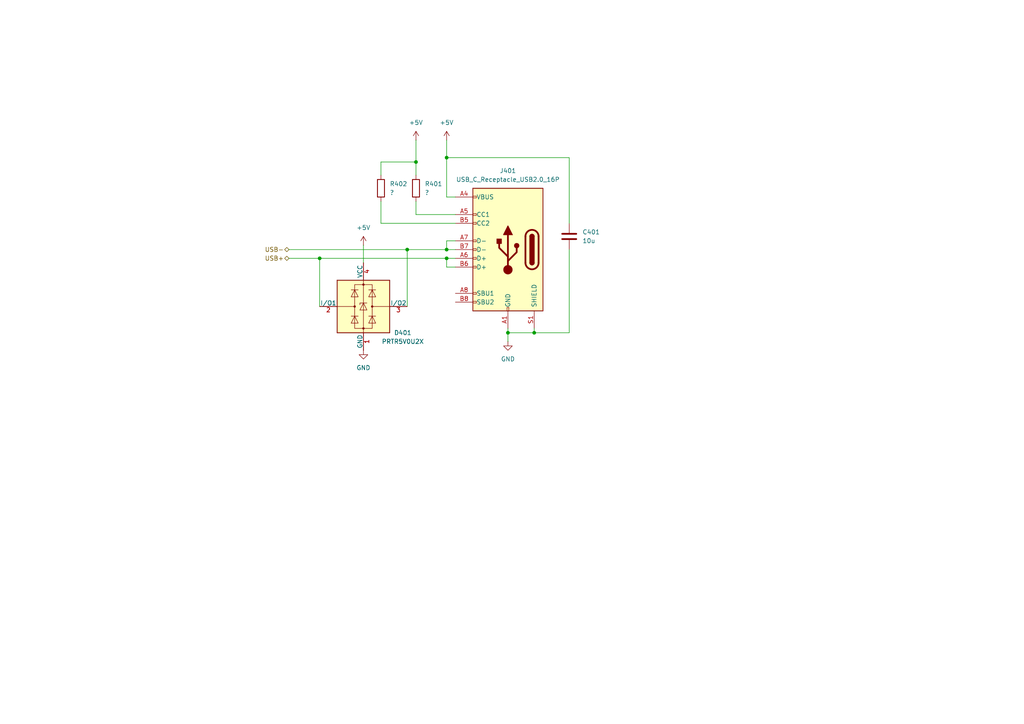
<source format=kicad_sch>
(kicad_sch (version 20231120) (generator "eeschema") (generator_version "8.0")
  (paper "A4")
  (lib_symbols
    (symbol "Connector:USB_C_Receptacle_USB2.0_16P" (pin_names (offset 1.016))
      (property "Reference" "J" (at 0 22.225 0))
      (property "Value" "USB_C_Receptacle_USB2.0_16P" (at 0 19.685 0))
      (symbol "USB_C_Receptacle_USB2.0_16P_0_0"
        (rectangle (start -0.254 -17.78) (end 0.254 -16.764))
        (rectangle (start 10.16 -14.986) (end 9.144 -15.494))
        (rectangle (start 10.16 -12.446) (end 9.144 -12.954))
        (rectangle (start 10.16 -4.826) (end 9.144 -5.334))
        (rectangle (start 10.16 -2.286) (end 9.144 -2.794))
        (rectangle (start 10.16 0.254) (end 9.144 -0.254))
        (rectangle (start 10.16 2.794) (end 9.144 2.286))
        (rectangle (start 10.16 7.874) (end 9.144 7.366))
        (rectangle (start 10.16 10.414) (end 9.144 9.906))
        (rectangle (start 10.16 15.494) (end 9.144 14.986))
      )
      (symbol "USB_C_Receptacle_USB2.0_16P_0_1"
        (rectangle (start -10.16 17.78) (end 10.16 -17.78) (stroke (width 0.254)) (fill (type background)))
        (arc (start -8.89 -3.81) (mid -6.985 -5.7067) (end -5.08 -3.81) (stroke (width 0.508)))
        (arc (start -7.62 -3.81) (mid -6.985 -4.4423) (end -6.35 -3.81) (stroke (width 0.254)))
        (arc (start -7.62 -3.81) (mid -6.985 -4.4423) (end -6.35 -3.81) (stroke (width 0.254)) (fill (type outline)))
        (rectangle (start -7.62 -3.81) (end -6.35 3.81) (stroke (width 0.254)) (fill (type outline)))
        (arc (start -6.35 3.81) (mid -6.985 4.4423) (end -7.62 3.81) (stroke (width 0.254)))
        (arc (start -6.35 3.81) (mid -6.985 4.4423) (end -7.62 3.81) (stroke (width 0.254)) (fill (type outline)))
        (arc (start -5.08 3.81) (mid -6.985 5.7067) (end -8.89 3.81) (stroke (width 0.508)))
        (circle (center -2.54 1.143) (radius 0.635) (stroke (width 0.254)) (fill (type outline)))
        (circle (center 0 -5.842) (radius 1.27) (fill (type outline)))
        (polyline (pts (xy -8.89 -3.81) (xy -8.89 3.81)) (stroke (width 0.508)))
        (polyline (pts (xy -5.08 3.81) (xy -5.08 -3.81)) (stroke (width 0.508)))
        (polyline (pts (xy 0 -5.842) (xy 0 4.318)) (stroke (width 0.508)))
        (polyline (pts (xy 0 -3.302) (xy -2.54 -0.762) (xy -2.54 0.508)) (stroke (width 0.508)))
        (polyline (pts (xy 0 -2.032) (xy 2.54 0.508) (xy 2.54 1.778)) (stroke (width 0.508)))
        (polyline (pts (xy -1.27 4.318) (xy 0 6.858) (xy 1.27 4.318) (xy -1.27 4.318)) (stroke (width 0.254)) (fill (type outline)))
        (rectangle (start 1.905 1.778) (end 3.175 3.048) (stroke (width 0.254)) (fill (type outline)))
      )
      (symbol "USB_C_Receptacle_USB2.0_16P_1_1"
        (pin passive line (at 0 -22.86 90) (length 5.08) (name "GND") (number "A1"))
        (pin passive line (at 0 -22.86 90) (length 5.08) hide (name "GND") (number "A12"))
        (pin passive line (at 15.24 15.24 180) (length 5.08) (name "VBUS") (number "A4"))
        (pin bidirectional line (at 15.24 10.16 180) (length 5.08) (name "CC1") (number "A5"))
        (pin bidirectional line (at 15.24 -2.54 180) (length 5.08) (name "D+") (number "A6"))
        (pin bidirectional line (at 15.24 2.54 180) (length 5.08) (name "D-") (number "A7"))
        (pin bidirectional line (at 15.24 -12.7 180) (length 5.08) (name "SBU1") (number "A8"))
        (pin passive line (at 15.24 15.24 180) (length 5.08) hide (name "VBUS") (number "A9"))
        (pin passive line (at 0 -22.86 90) (length 5.08) hide (name "GND") (number "B1"))
        (pin passive line (at 0 -22.86 90) (length 5.08) hide (name "GND") (number "B12"))
        (pin passive line (at 15.24 15.24 180) (length 5.08) hide (name "VBUS") (number "B4"))
        (pin bidirectional line (at 15.24 7.62 180) (length 5.08) (name "CC2") (number "B5"))
        (pin bidirectional line (at 15.24 -5.08 180) (length 5.08) (name "D+") (number "B6"))
        (pin bidirectional line (at 15.24 0 180) (length 5.08) (name "D-") (number "B7"))
        (pin bidirectional line (at 15.24 -15.24 180) (length 5.08) (name "SBU2") (number "B8"))
        (pin passive line (at 15.24 15.24 180) (length 5.08) hide (name "VBUS") (number "B9"))
        (pin passive line (at -7.62 -22.86 90) (length 5.08) (name "SHIELD") (number "S1"))
      )
    )
    (symbol "Device:C" (pin_numbers hide) (pin_names (offset 0.254))
      (property "Reference" "C" (at 0.635 2.54 0))
      (property "Value" "C" (at 0.635 -2.54 0))
      (symbol "C_0_1"
        (polyline (pts (xy -2.032 -0.762) (xy 2.032 -0.762)) (stroke (width 0.508)))
        (polyline (pts (xy -2.032 0.762) (xy 2.032 0.762)) (stroke (width 0.508)))
      )
      (symbol "C_1_1"
        (pin passive line (at 0 3.81 270) (length 2.794) (name "~") (number "1"))
        (pin passive line (at 0 -3.81 90) (length 2.794) (name "~") (number "2"))
      )
    )
    (symbol "Device:R" (pin_numbers hide) (pin_names (offset 0))
      (property "Reference" "R" (at 2.032 0 90))
      (property "Value" "R" (at 0 0 90))
      (symbol "R_0_1"
        (rectangle (start -1.016 -2.54) (end 1.016 2.54) (stroke (width 0.254)))
      )
      (symbol "R_1_1"
        (pin passive line (at 0 3.81 270) (length 1.27) (name "~") (number "1"))
        (pin passive line (at 0 -3.81 90) (length 1.27) (name "~") (number "2"))
      )
    )
    (symbol "Power_Protection:PRTR5V0U2X" (pin_names (offset 0))
      (property "Reference" "D" (at 2.794 8.636 0))
      (property "Value" "PRTR5V0U2X" (at 8.128 -9.398 0))
      (symbol "PRTR5V0U2X_0_1"
        (rectangle (start -7.62 -7.62) (end 7.62 7.62) (stroke (width 0.254)) (fill (type background)))
        (circle (center -2.54 0) (radius 0.254) (fill (type outline)))
        (rectangle (start -2.54 6.35) (end 2.54 -6.35))
        (circle (center 0 -6.35) (radius 0.254) (fill (type outline)))
        (polyline (pts (xy -2.54 0) (xy -7.62 0)))
        (polyline (pts (xy -1.524 -2.794) (xy -3.556 -2.794)))
        (polyline (pts (xy -1.524 4.826) (xy -3.556 4.826)))
        (polyline (pts (xy 0 -7.62) (xy 0 7.62)))
        (polyline (pts (xy 1.524 -2.794) (xy 3.556 -2.794)))
        (polyline (pts (xy 1.524 4.826) (xy 3.556 4.826)))
        (polyline (pts (xy 2.54 0) (xy 7.62 0)))
        (polyline (pts (xy 1.016 1.016) (xy -1.016 1.016) (xy -1.016 0.508)))
        (polyline (pts (xy -3.556 -4.826) (xy -1.524 -4.826) (xy -2.54 -2.794) (xy -3.556 -4.826)))
        (polyline (pts (xy -3.556 2.794) (xy -1.524 2.794) (xy -2.54 4.826) (xy -3.556 2.794)))
        (polyline (pts (xy -1.016 -1.016) (xy 1.016 -1.016) (xy 0 1.016) (xy -1.016 -1.016)))
        (polyline (pts (xy 3.556 -4.826) (xy 1.524 -4.826) (xy 2.54 -2.794) (xy 3.556 -4.826)))
        (polyline (pts (xy 3.556 2.794) (xy 1.524 2.794) (xy 2.54 4.826) (xy 3.556 2.794)))
        (circle (center 0 6.35) (radius 0.254) (fill (type outline)))
        (circle (center 2.54 0) (radius 0.254) (fill (type outline)))
      )
      (symbol "PRTR5V0U2X_1_1"
        (pin passive line (at 0 -12.7 90) (length 5.08) (name "GND") (number "1"))
        (pin passive line (at -12.7 0 0) (length 5.08) (name "I/O1") (number "2"))
        (pin passive line (at 12.7 0 180) (length 5.08) (name "I/O2") (number "3"))
        (pin passive line (at 0 12.7 270) (length 5.08) (name "VCC") (number "4"))
      )
    )
    (symbol "power:+5V" (power) (pin_numbers hide) (pin_names (offset 0) hide)
      (property "Value" "+5V" (at 0 3.556 0))
      (symbol "+5V_0_1"
        (polyline (pts (xy -0.762 1.27) (xy 0 2.54)))
        (polyline (pts (xy 0 0) (xy 0 2.54)))
        (polyline (pts (xy 0 2.54) (xy 0.762 1.27)))
      )
      (symbol "+5V_1_1"
        (pin power_in line (at 0 0 90) (length 0) (name "~") (number "1"))
      )
    )
    (symbol "power:GND" (power) (pin_numbers hide) (pin_names (offset 0) hide)
      (property "Value" "GND" (at 0 -3.81 0))
      (symbol "GND_0_1"
        (polyline (pts (xy 0 0) (xy 0 -1.27) (xy 1.27 -1.27) (xy 0 -2.54) (xy -1.27 -1.27) (xy 0 -1.27)))
      )
      (symbol "GND_1_1"
        (pin power_in line (at 0 0 270) (length 0) (name "~") (number "1"))
      )
    )
  )
  (junction (at 120.65 46.99))
  (junction (at 154.94 96.52))
  (junction (at 129.54 45.72))
  (junction (at 92.71 74.93))
  (junction (at 129.54 72.39))
  (junction (at 147.32 96.52))
  (junction (at 118.11 72.39))
  (junction (at 129.54 74.93))
  (wire (pts (xy 120.65 46.99) (xy 110.49 46.99)))
  (wire (pts (xy 165.1 96.52) (xy 154.94 96.52)))
  (wire (pts (xy 92.71 74.93) (xy 92.71 88.9)))
  (wire (pts (xy 129.54 77.47) (xy 129.54 74.93)))
  (wire (pts (xy 120.65 62.23) (xy 132.08 62.23)))
  (wire (pts (xy 110.49 64.77) (xy 132.08 64.77)))
  (wire (pts (xy 132.08 77.47) (xy 129.54 77.47)))
  (wire (pts (xy 110.49 50.8) (xy 110.49 46.99)))
  (wire (pts (xy 129.54 69.85) (xy 132.08 69.85)))
  (wire (pts (xy 129.54 45.72) (xy 165.1 45.72)))
  (wire (pts (xy 83.82 74.93) (xy 92.71 74.93)))
  (wire (pts (xy 165.1 72.39) (xy 165.1 96.52)))
  (wire (pts (xy 118.11 72.39) (xy 118.11 88.9)))
  (wire (pts (xy 120.65 46.99) (xy 120.65 40.64)))
  (wire (pts (xy 129.54 72.39) (xy 132.08 72.39)))
  (wire (pts (xy 129.54 45.72) (xy 129.54 57.15)))
  (wire (pts (xy 129.54 74.93) (xy 132.08 74.93)))
  (wire (pts (xy 83.82 72.39) (xy 118.11 72.39)))
  (wire (pts (xy 110.49 58.42) (xy 110.49 64.77)))
  (wire (pts (xy 92.71 74.93) (xy 129.54 74.93)))
  (wire (pts (xy 154.94 95.25) (xy 154.94 96.52)))
  (wire (pts (xy 129.54 72.39) (xy 129.54 69.85)))
  (wire (pts (xy 147.32 95.25) (xy 147.32 96.52)))
  (wire (pts (xy 165.1 45.72) (xy 165.1 64.77)))
  (wire (pts (xy 129.54 40.64) (xy 129.54 45.72)))
  (wire (pts (xy 105.41 71.12) (xy 105.41 76.2)))
  (wire (pts (xy 154.94 96.52) (xy 147.32 96.52)))
  (wire (pts (xy 120.65 50.8) (xy 120.65 46.99)))
  (wire (pts (xy 129.54 57.15) (xy 132.08 57.15)))
  (wire (pts (xy 120.65 58.42) (xy 120.65 62.23)))
  (wire (pts (xy 147.32 96.52) (xy 147.32 99.06)))
  (wire (pts (xy 118.11 72.39) (xy 129.54 72.39)))
  (hierarchical_label "USB+" (shape bidirectional) (at 83.82 74.93 180))
  (hierarchical_label "USB-" (shape bidirectional) (at 83.82 72.39 180))
  (symbol (lib_id "Device:R") (at 110.49 54.61 180) (unit 1)
    (property "Reference" "R402" (at 113.03 53.3399 0) (effects (justify right)))
    (property "Value" "?" (at 113.03 55.8799 0) (effects (justify right)))
    (property "Footprint" "Resistor_SMD:R_0805_2012Metric_Pad1.20x1.40mm_HandSolder" (effects (hide yes)))
    (property "Description" "Resistor" (effects (hide yes)))
  )
  (symbol (lib_id "Power_Protection:PRTR5V0U2X") (at 105.41 88.9 0) (unit 1)
    (property "Reference" "D401" (at 116.84 96.52 0))
    (property "Value" "PRTR5V0U2X" (at 116.84 99.06 0))
    (property "Footprint" "Package_TO_SOT_SMD:SOT-143" (effects (hide yes)))
    (property "Datasheet" "https://assets.nexperia.com/documents/data-sheet/PRTR5V0U2X.pdf" (effects (hide yes)))
    (property "Description" "Ultra low capacitance double rail-to-rail ESD protection diode, SOT-143" (effects (hide yes)))
  )
  (symbol (lib_id "power:+5V") (at 129.54 40.64 0) (unit 1)
    (property "Reference" "#PWR0403" (effects (hide yes)))
    (property "Value" "+5V" (at 129.54 35.56 0))
    (property "Description" "Power symbol creates a global label with name \"+5V\"" (effects (hide yes)))
  )
  (symbol (lib_id "power:+5V") (at 120.65 40.64 0) (unit 1)
    (property "Reference" "#PWR0405" (effects (hide yes)))
    (property "Value" "+5V" (at 120.65 35.56 0))
    (property "Description" "Power symbol creates a global label with name \"+5V\"" (effects (hide yes)))
  )
  (symbol (lib_id "power:GND") (at 105.41 101.6 0) (unit 1)
    (property "Reference" "#PWR0404" (effects (hide yes)))
    (property "Value" "GND" (at 105.41 106.68 0))
    (property "Description" "Power symbol creates a global label with name \"GND\" , ground" (effects (hide yes)))
  )
  (symbol (lib_id "Device:R") (at 120.65 54.61 180) (unit 1)
    (property "Reference" "R401" (at 123.19 53.3399 0) (effects (justify right)))
    (property "Value" "?" (at 123.19 55.8799 0) (effects (justify right)))
    (property "Footprint" "Resistor_SMD:R_0805_2012Metric_Pad1.20x1.40mm_HandSolder" (effects (hide yes)))
    (property "Description" "Resistor" (effects (hide yes)))
  )
  (symbol (lib_id "power:+5V") (at 105.41 71.12 0) (unit 1)
    (property "Reference" "#PWR0402" (effects (hide yes)))
    (property "Value" "+5V" (at 105.41 66.04 0))
    (property "Description" "Power symbol creates a global label with name \"+5V\"" (effects (hide yes)))
  )
  (symbol (lib_id "Device:C") (at 165.1 68.58 0) (unit 1)
    (property "Reference" "C401" (at 168.91 67.3099 0) (effects (justify left)))
    (property "Value" "10u" (at 168.91 69.8499 0) (effects (justify left)))
    (property "Footprint" "Capacitor_SMD:C_1206_3216Metric_Pad1.33x1.80mm_HandSolder" (effects (hide yes)))
    (property "Description" "Unpolarized capacitor" (effects (hide yes)))
  )
  (symbol (lib_id "Connector:USB_C_Receptacle_USB2.0_16P") (at 147.32 72.39 0) (mirror y) (unit 1)
    (property "Reference" "J401" (at 147.32 49.53 0))
    (property "Value" "USB_C_Receptacle_USB2.0_16P" (at 147.32 52.07 0))
    (property "Footprint" "local:USB_C_Receptacle_G-Switch_GT-USB-7010ASV_shortened" (effects (hide yes)))
    (property "Datasheet" "https://www.usb.org/sites/default/files/documents/usb_type-c.zip" (effects (hide yes)))
    (property "Description" "USB 2.0-only 16P Type-C Receptacle connector" (effects (hide yes)))
  )
  (symbol (lib_id "power:GND") (at 147.32 99.06 0) (unit 1)
    (property "Reference" "#PWR0401" (effects (hide yes)))
    (property "Value" "GND" (at 147.32 104.14 0))
    (property "Description" "Power symbol creates a global label with name \"GND\" , ground" (effects (hide yes)))
  )
)
</source>
